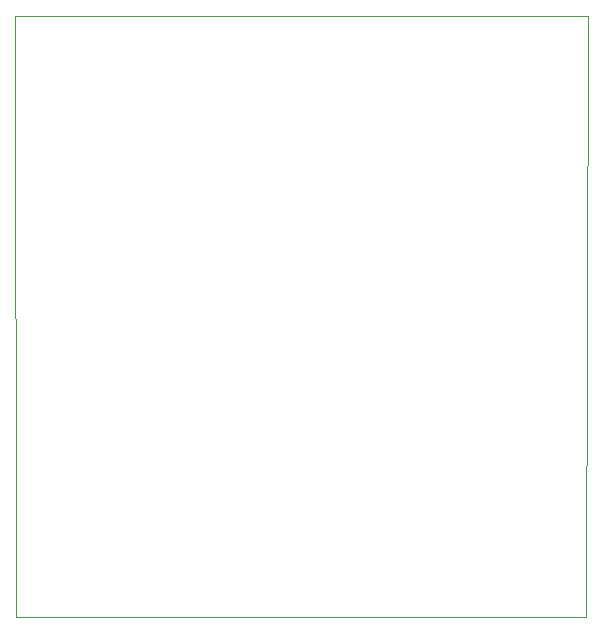
<source format=gbr>
G04 #@! TF.GenerationSoftware,KiCad,Pcbnew,5.1.2-f72e74a~84~ubuntu18.04.1*
G04 #@! TF.CreationDate,2019-05-15T08:01:20+03:00*
G04 #@! TF.ProjectId,NPN_multivibr,4e504e5f-6d75-46c7-9469-766962722e6b,rev?*
G04 #@! TF.SameCoordinates,Original*
G04 #@! TF.FileFunction,Profile,NP*
%FSLAX46Y46*%
G04 Gerber Fmt 4.6, Leading zero omitted, Abs format (unit mm)*
G04 Created by KiCad (PCBNEW 5.1.2-f72e74a~84~ubuntu18.04.1) date 2019-05-15 08:01:20*
%MOMM*%
%LPD*%
G04 APERTURE LIST*
%ADD10C,0.100000*%
G04 APERTURE END LIST*
D10*
X0Y0D02*
X-101600Y50850800D01*
X48260000Y-25400D02*
X0Y0D01*
X48387000Y50927000D02*
X48260000Y-25400D01*
X-101600Y50850800D02*
X48387000Y50927000D01*
M02*

</source>
